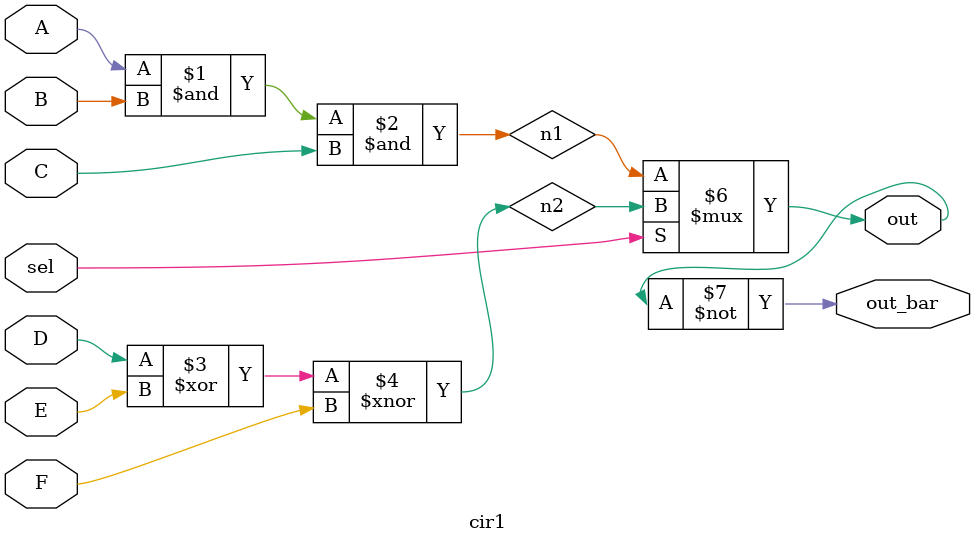
<source format=v>
module cir1(A,B,C,D,E,F,sel,out,out_bar);
input  A,B,C,D,E,F,sel;
output out,out_bar;
wire n1,n2;
assign n1=A&B&C;
assign n2=D^E~^F;
assign out=(sel==1'b1)? n2:n1;
assign out_bar=~out;  
endmodule



</source>
